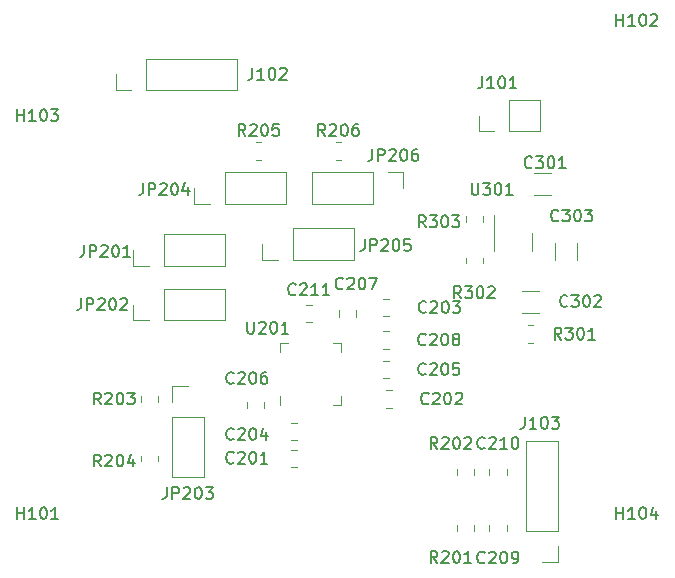
<source format=gbr>
%TF.GenerationSoftware,KiCad,Pcbnew,(6.0.7)*%
%TF.CreationDate,2022-09-01T00:20:10+02:00*%
%TF.ProjectId,ES9033_prototype,45533930-3333-45f7-9072-6f746f747970,rev?*%
%TF.SameCoordinates,Original*%
%TF.FileFunction,Legend,Top*%
%TF.FilePolarity,Positive*%
%FSLAX46Y46*%
G04 Gerber Fmt 4.6, Leading zero omitted, Abs format (unit mm)*
G04 Created by KiCad (PCBNEW (6.0.7)) date 2022-09-01 00:20:10*
%MOMM*%
%LPD*%
G01*
G04 APERTURE LIST*
%ADD10C,0.150000*%
%ADD11C,0.120000*%
G04 APERTURE END LIST*
D10*
%TO.C,R301*%
X81630952Y-66702380D02*
X81297619Y-66226190D01*
X81059523Y-66702380D02*
X81059523Y-65702380D01*
X81440476Y-65702380D01*
X81535714Y-65750000D01*
X81583333Y-65797619D01*
X81630952Y-65892857D01*
X81630952Y-66035714D01*
X81583333Y-66130952D01*
X81535714Y-66178571D01*
X81440476Y-66226190D01*
X81059523Y-66226190D01*
X81964285Y-65702380D02*
X82583333Y-65702380D01*
X82250000Y-66083333D01*
X82392857Y-66083333D01*
X82488095Y-66130952D01*
X82535714Y-66178571D01*
X82583333Y-66273809D01*
X82583333Y-66511904D01*
X82535714Y-66607142D01*
X82488095Y-66654761D01*
X82392857Y-66702380D01*
X82107142Y-66702380D01*
X82011904Y-66654761D01*
X81964285Y-66607142D01*
X83202380Y-65702380D02*
X83297619Y-65702380D01*
X83392857Y-65750000D01*
X83440476Y-65797619D01*
X83488095Y-65892857D01*
X83535714Y-66083333D01*
X83535714Y-66321428D01*
X83488095Y-66511904D01*
X83440476Y-66607142D01*
X83392857Y-66654761D01*
X83297619Y-66702380D01*
X83202380Y-66702380D01*
X83107142Y-66654761D01*
X83059523Y-66607142D01*
X83011904Y-66511904D01*
X82964285Y-66321428D01*
X82964285Y-66083333D01*
X83011904Y-65892857D01*
X83059523Y-65797619D01*
X83107142Y-65750000D01*
X83202380Y-65702380D01*
X84488095Y-66702380D02*
X83916666Y-66702380D01*
X84202380Y-66702380D02*
X84202380Y-65702380D01*
X84107142Y-65845238D01*
X84011904Y-65940476D01*
X83916666Y-65988095D01*
%TO.C,R302*%
X73130952Y-63202380D02*
X72797619Y-62726190D01*
X72559523Y-63202380D02*
X72559523Y-62202380D01*
X72940476Y-62202380D01*
X73035714Y-62250000D01*
X73083333Y-62297619D01*
X73130952Y-62392857D01*
X73130952Y-62535714D01*
X73083333Y-62630952D01*
X73035714Y-62678571D01*
X72940476Y-62726190D01*
X72559523Y-62726190D01*
X73464285Y-62202380D02*
X74083333Y-62202380D01*
X73750000Y-62583333D01*
X73892857Y-62583333D01*
X73988095Y-62630952D01*
X74035714Y-62678571D01*
X74083333Y-62773809D01*
X74083333Y-63011904D01*
X74035714Y-63107142D01*
X73988095Y-63154761D01*
X73892857Y-63202380D01*
X73607142Y-63202380D01*
X73511904Y-63154761D01*
X73464285Y-63107142D01*
X74702380Y-62202380D02*
X74797619Y-62202380D01*
X74892857Y-62250000D01*
X74940476Y-62297619D01*
X74988095Y-62392857D01*
X75035714Y-62583333D01*
X75035714Y-62821428D01*
X74988095Y-63011904D01*
X74940476Y-63107142D01*
X74892857Y-63154761D01*
X74797619Y-63202380D01*
X74702380Y-63202380D01*
X74607142Y-63154761D01*
X74559523Y-63107142D01*
X74511904Y-63011904D01*
X74464285Y-62821428D01*
X74464285Y-62583333D01*
X74511904Y-62392857D01*
X74559523Y-62297619D01*
X74607142Y-62250000D01*
X74702380Y-62202380D01*
X75416666Y-62297619D02*
X75464285Y-62250000D01*
X75559523Y-62202380D01*
X75797619Y-62202380D01*
X75892857Y-62250000D01*
X75940476Y-62297619D01*
X75988095Y-62392857D01*
X75988095Y-62488095D01*
X75940476Y-62630952D01*
X75369047Y-63202380D01*
X75988095Y-63202380D01*
%TO.C,R203*%
X42630952Y-72202380D02*
X42297619Y-71726190D01*
X42059523Y-72202380D02*
X42059523Y-71202380D01*
X42440476Y-71202380D01*
X42535714Y-71250000D01*
X42583333Y-71297619D01*
X42630952Y-71392857D01*
X42630952Y-71535714D01*
X42583333Y-71630952D01*
X42535714Y-71678571D01*
X42440476Y-71726190D01*
X42059523Y-71726190D01*
X43011904Y-71297619D02*
X43059523Y-71250000D01*
X43154761Y-71202380D01*
X43392857Y-71202380D01*
X43488095Y-71250000D01*
X43535714Y-71297619D01*
X43583333Y-71392857D01*
X43583333Y-71488095D01*
X43535714Y-71630952D01*
X42964285Y-72202380D01*
X43583333Y-72202380D01*
X44202380Y-71202380D02*
X44297619Y-71202380D01*
X44392857Y-71250000D01*
X44440476Y-71297619D01*
X44488095Y-71392857D01*
X44535714Y-71583333D01*
X44535714Y-71821428D01*
X44488095Y-72011904D01*
X44440476Y-72107142D01*
X44392857Y-72154761D01*
X44297619Y-72202380D01*
X44202380Y-72202380D01*
X44107142Y-72154761D01*
X44059523Y-72107142D01*
X44011904Y-72011904D01*
X43964285Y-71821428D01*
X43964285Y-71583333D01*
X44011904Y-71392857D01*
X44059523Y-71297619D01*
X44107142Y-71250000D01*
X44202380Y-71202380D01*
X44869047Y-71202380D02*
X45488095Y-71202380D01*
X45154761Y-71583333D01*
X45297619Y-71583333D01*
X45392857Y-71630952D01*
X45440476Y-71678571D01*
X45488095Y-71773809D01*
X45488095Y-72011904D01*
X45440476Y-72107142D01*
X45392857Y-72154761D01*
X45297619Y-72202380D01*
X45011904Y-72202380D01*
X44916666Y-72154761D01*
X44869047Y-72107142D01*
%TO.C,JP203*%
X48214285Y-79202380D02*
X48214285Y-79916666D01*
X48166666Y-80059523D01*
X48071428Y-80154761D01*
X47928571Y-80202380D01*
X47833333Y-80202380D01*
X48690476Y-80202380D02*
X48690476Y-79202380D01*
X49071428Y-79202380D01*
X49166666Y-79250000D01*
X49214285Y-79297619D01*
X49261904Y-79392857D01*
X49261904Y-79535714D01*
X49214285Y-79630952D01*
X49166666Y-79678571D01*
X49071428Y-79726190D01*
X48690476Y-79726190D01*
X49642857Y-79297619D02*
X49690476Y-79250000D01*
X49785714Y-79202380D01*
X50023809Y-79202380D01*
X50119047Y-79250000D01*
X50166666Y-79297619D01*
X50214285Y-79392857D01*
X50214285Y-79488095D01*
X50166666Y-79630952D01*
X49595238Y-80202380D01*
X50214285Y-80202380D01*
X50833333Y-79202380D02*
X50928571Y-79202380D01*
X51023809Y-79250000D01*
X51071428Y-79297619D01*
X51119047Y-79392857D01*
X51166666Y-79583333D01*
X51166666Y-79821428D01*
X51119047Y-80011904D01*
X51071428Y-80107142D01*
X51023809Y-80154761D01*
X50928571Y-80202380D01*
X50833333Y-80202380D01*
X50738095Y-80154761D01*
X50690476Y-80107142D01*
X50642857Y-80011904D01*
X50595238Y-79821428D01*
X50595238Y-79583333D01*
X50642857Y-79392857D01*
X50690476Y-79297619D01*
X50738095Y-79250000D01*
X50833333Y-79202380D01*
X51500000Y-79202380D02*
X52119047Y-79202380D01*
X51785714Y-79583333D01*
X51928571Y-79583333D01*
X52023809Y-79630952D01*
X52071428Y-79678571D01*
X52119047Y-79773809D01*
X52119047Y-80011904D01*
X52071428Y-80107142D01*
X52023809Y-80154761D01*
X51928571Y-80202380D01*
X51642857Y-80202380D01*
X51547619Y-80154761D01*
X51500000Y-80107142D01*
%TO.C,R204*%
X42630952Y-77452380D02*
X42297619Y-76976190D01*
X42059523Y-77452380D02*
X42059523Y-76452380D01*
X42440476Y-76452380D01*
X42535714Y-76500000D01*
X42583333Y-76547619D01*
X42630952Y-76642857D01*
X42630952Y-76785714D01*
X42583333Y-76880952D01*
X42535714Y-76928571D01*
X42440476Y-76976190D01*
X42059523Y-76976190D01*
X43011904Y-76547619D02*
X43059523Y-76500000D01*
X43154761Y-76452380D01*
X43392857Y-76452380D01*
X43488095Y-76500000D01*
X43535714Y-76547619D01*
X43583333Y-76642857D01*
X43583333Y-76738095D01*
X43535714Y-76880952D01*
X42964285Y-77452380D01*
X43583333Y-77452380D01*
X44202380Y-76452380D02*
X44297619Y-76452380D01*
X44392857Y-76500000D01*
X44440476Y-76547619D01*
X44488095Y-76642857D01*
X44535714Y-76833333D01*
X44535714Y-77071428D01*
X44488095Y-77261904D01*
X44440476Y-77357142D01*
X44392857Y-77404761D01*
X44297619Y-77452380D01*
X44202380Y-77452380D01*
X44107142Y-77404761D01*
X44059523Y-77357142D01*
X44011904Y-77261904D01*
X43964285Y-77071428D01*
X43964285Y-76833333D01*
X44011904Y-76642857D01*
X44059523Y-76547619D01*
X44107142Y-76500000D01*
X44202380Y-76452380D01*
X45392857Y-76785714D02*
X45392857Y-77452380D01*
X45154761Y-76404761D02*
X44916666Y-77119047D01*
X45535714Y-77119047D01*
%TO.C,R303*%
X70130952Y-57202380D02*
X69797619Y-56726190D01*
X69559523Y-57202380D02*
X69559523Y-56202380D01*
X69940476Y-56202380D01*
X70035714Y-56250000D01*
X70083333Y-56297619D01*
X70130952Y-56392857D01*
X70130952Y-56535714D01*
X70083333Y-56630952D01*
X70035714Y-56678571D01*
X69940476Y-56726190D01*
X69559523Y-56726190D01*
X70464285Y-56202380D02*
X71083333Y-56202380D01*
X70750000Y-56583333D01*
X70892857Y-56583333D01*
X70988095Y-56630952D01*
X71035714Y-56678571D01*
X71083333Y-56773809D01*
X71083333Y-57011904D01*
X71035714Y-57107142D01*
X70988095Y-57154761D01*
X70892857Y-57202380D01*
X70607142Y-57202380D01*
X70511904Y-57154761D01*
X70464285Y-57107142D01*
X71702380Y-56202380D02*
X71797619Y-56202380D01*
X71892857Y-56250000D01*
X71940476Y-56297619D01*
X71988095Y-56392857D01*
X72035714Y-56583333D01*
X72035714Y-56821428D01*
X71988095Y-57011904D01*
X71940476Y-57107142D01*
X71892857Y-57154761D01*
X71797619Y-57202380D01*
X71702380Y-57202380D01*
X71607142Y-57154761D01*
X71559523Y-57107142D01*
X71511904Y-57011904D01*
X71464285Y-56821428D01*
X71464285Y-56583333D01*
X71511904Y-56392857D01*
X71559523Y-56297619D01*
X71607142Y-56250000D01*
X71702380Y-56202380D01*
X72369047Y-56202380D02*
X72988095Y-56202380D01*
X72654761Y-56583333D01*
X72797619Y-56583333D01*
X72892857Y-56630952D01*
X72940476Y-56678571D01*
X72988095Y-56773809D01*
X72988095Y-57011904D01*
X72940476Y-57107142D01*
X72892857Y-57154761D01*
X72797619Y-57202380D01*
X72511904Y-57202380D01*
X72416666Y-57154761D01*
X72369047Y-57107142D01*
%TO.C,JP202*%
X40964285Y-63202380D02*
X40964285Y-63916666D01*
X40916666Y-64059523D01*
X40821428Y-64154761D01*
X40678571Y-64202380D01*
X40583333Y-64202380D01*
X41440476Y-64202380D02*
X41440476Y-63202380D01*
X41821428Y-63202380D01*
X41916666Y-63250000D01*
X41964285Y-63297619D01*
X42011904Y-63392857D01*
X42011904Y-63535714D01*
X41964285Y-63630952D01*
X41916666Y-63678571D01*
X41821428Y-63726190D01*
X41440476Y-63726190D01*
X42392857Y-63297619D02*
X42440476Y-63250000D01*
X42535714Y-63202380D01*
X42773809Y-63202380D01*
X42869047Y-63250000D01*
X42916666Y-63297619D01*
X42964285Y-63392857D01*
X42964285Y-63488095D01*
X42916666Y-63630952D01*
X42345238Y-64202380D01*
X42964285Y-64202380D01*
X43583333Y-63202380D02*
X43678571Y-63202380D01*
X43773809Y-63250000D01*
X43821428Y-63297619D01*
X43869047Y-63392857D01*
X43916666Y-63583333D01*
X43916666Y-63821428D01*
X43869047Y-64011904D01*
X43821428Y-64107142D01*
X43773809Y-64154761D01*
X43678571Y-64202380D01*
X43583333Y-64202380D01*
X43488095Y-64154761D01*
X43440476Y-64107142D01*
X43392857Y-64011904D01*
X43345238Y-63821428D01*
X43345238Y-63583333D01*
X43392857Y-63392857D01*
X43440476Y-63297619D01*
X43488095Y-63250000D01*
X43583333Y-63202380D01*
X44297619Y-63297619D02*
X44345238Y-63250000D01*
X44440476Y-63202380D01*
X44678571Y-63202380D01*
X44773809Y-63250000D01*
X44821428Y-63297619D01*
X44869047Y-63392857D01*
X44869047Y-63488095D01*
X44821428Y-63630952D01*
X44250000Y-64202380D01*
X44869047Y-64202380D01*
%TO.C,JP206*%
X65614285Y-50572380D02*
X65614285Y-51286666D01*
X65566666Y-51429523D01*
X65471428Y-51524761D01*
X65328571Y-51572380D01*
X65233333Y-51572380D01*
X66090476Y-51572380D02*
X66090476Y-50572380D01*
X66471428Y-50572380D01*
X66566666Y-50620000D01*
X66614285Y-50667619D01*
X66661904Y-50762857D01*
X66661904Y-50905714D01*
X66614285Y-51000952D01*
X66566666Y-51048571D01*
X66471428Y-51096190D01*
X66090476Y-51096190D01*
X67042857Y-50667619D02*
X67090476Y-50620000D01*
X67185714Y-50572380D01*
X67423809Y-50572380D01*
X67519047Y-50620000D01*
X67566666Y-50667619D01*
X67614285Y-50762857D01*
X67614285Y-50858095D01*
X67566666Y-51000952D01*
X66995238Y-51572380D01*
X67614285Y-51572380D01*
X68233333Y-50572380D02*
X68328571Y-50572380D01*
X68423809Y-50620000D01*
X68471428Y-50667619D01*
X68519047Y-50762857D01*
X68566666Y-50953333D01*
X68566666Y-51191428D01*
X68519047Y-51381904D01*
X68471428Y-51477142D01*
X68423809Y-51524761D01*
X68328571Y-51572380D01*
X68233333Y-51572380D01*
X68138095Y-51524761D01*
X68090476Y-51477142D01*
X68042857Y-51381904D01*
X67995238Y-51191428D01*
X67995238Y-50953333D01*
X68042857Y-50762857D01*
X68090476Y-50667619D01*
X68138095Y-50620000D01*
X68233333Y-50572380D01*
X69423809Y-50572380D02*
X69233333Y-50572380D01*
X69138095Y-50620000D01*
X69090476Y-50667619D01*
X68995238Y-50810476D01*
X68947619Y-51000952D01*
X68947619Y-51381904D01*
X68995238Y-51477142D01*
X69042857Y-51524761D01*
X69138095Y-51572380D01*
X69328571Y-51572380D01*
X69423809Y-51524761D01*
X69471428Y-51477142D01*
X69519047Y-51381904D01*
X69519047Y-51143809D01*
X69471428Y-51048571D01*
X69423809Y-51000952D01*
X69328571Y-50953333D01*
X69138095Y-50953333D01*
X69042857Y-51000952D01*
X68995238Y-51048571D01*
X68947619Y-51143809D01*
%TO.C,R205*%
X54880952Y-49452380D02*
X54547619Y-48976190D01*
X54309523Y-49452380D02*
X54309523Y-48452380D01*
X54690476Y-48452380D01*
X54785714Y-48500000D01*
X54833333Y-48547619D01*
X54880952Y-48642857D01*
X54880952Y-48785714D01*
X54833333Y-48880952D01*
X54785714Y-48928571D01*
X54690476Y-48976190D01*
X54309523Y-48976190D01*
X55261904Y-48547619D02*
X55309523Y-48500000D01*
X55404761Y-48452380D01*
X55642857Y-48452380D01*
X55738095Y-48500000D01*
X55785714Y-48547619D01*
X55833333Y-48642857D01*
X55833333Y-48738095D01*
X55785714Y-48880952D01*
X55214285Y-49452380D01*
X55833333Y-49452380D01*
X56452380Y-48452380D02*
X56547619Y-48452380D01*
X56642857Y-48500000D01*
X56690476Y-48547619D01*
X56738095Y-48642857D01*
X56785714Y-48833333D01*
X56785714Y-49071428D01*
X56738095Y-49261904D01*
X56690476Y-49357142D01*
X56642857Y-49404761D01*
X56547619Y-49452380D01*
X56452380Y-49452380D01*
X56357142Y-49404761D01*
X56309523Y-49357142D01*
X56261904Y-49261904D01*
X56214285Y-49071428D01*
X56214285Y-48833333D01*
X56261904Y-48642857D01*
X56309523Y-48547619D01*
X56357142Y-48500000D01*
X56452380Y-48452380D01*
X57690476Y-48452380D02*
X57214285Y-48452380D01*
X57166666Y-48928571D01*
X57214285Y-48880952D01*
X57309523Y-48833333D01*
X57547619Y-48833333D01*
X57642857Y-48880952D01*
X57690476Y-48928571D01*
X57738095Y-49023809D01*
X57738095Y-49261904D01*
X57690476Y-49357142D01*
X57642857Y-49404761D01*
X57547619Y-49452380D01*
X57309523Y-49452380D01*
X57214285Y-49404761D01*
X57166666Y-49357142D01*
%TO.C,C201*%
X53880952Y-77107142D02*
X53833333Y-77154761D01*
X53690476Y-77202380D01*
X53595238Y-77202380D01*
X53452380Y-77154761D01*
X53357142Y-77059523D01*
X53309523Y-76964285D01*
X53261904Y-76773809D01*
X53261904Y-76630952D01*
X53309523Y-76440476D01*
X53357142Y-76345238D01*
X53452380Y-76250000D01*
X53595238Y-76202380D01*
X53690476Y-76202380D01*
X53833333Y-76250000D01*
X53880952Y-76297619D01*
X54261904Y-76297619D02*
X54309523Y-76250000D01*
X54404761Y-76202380D01*
X54642857Y-76202380D01*
X54738095Y-76250000D01*
X54785714Y-76297619D01*
X54833333Y-76392857D01*
X54833333Y-76488095D01*
X54785714Y-76630952D01*
X54214285Y-77202380D01*
X54833333Y-77202380D01*
X55452380Y-76202380D02*
X55547619Y-76202380D01*
X55642857Y-76250000D01*
X55690476Y-76297619D01*
X55738095Y-76392857D01*
X55785714Y-76583333D01*
X55785714Y-76821428D01*
X55738095Y-77011904D01*
X55690476Y-77107142D01*
X55642857Y-77154761D01*
X55547619Y-77202380D01*
X55452380Y-77202380D01*
X55357142Y-77154761D01*
X55309523Y-77107142D01*
X55261904Y-77011904D01*
X55214285Y-76821428D01*
X55214285Y-76583333D01*
X55261904Y-76392857D01*
X55309523Y-76297619D01*
X55357142Y-76250000D01*
X55452380Y-76202380D01*
X56738095Y-77202380D02*
X56166666Y-77202380D01*
X56452380Y-77202380D02*
X56452380Y-76202380D01*
X56357142Y-76345238D01*
X56261904Y-76440476D01*
X56166666Y-76488095D01*
%TO.C,U301*%
X74035714Y-53452380D02*
X74035714Y-54261904D01*
X74083333Y-54357142D01*
X74130952Y-54404761D01*
X74226190Y-54452380D01*
X74416666Y-54452380D01*
X74511904Y-54404761D01*
X74559523Y-54357142D01*
X74607142Y-54261904D01*
X74607142Y-53452380D01*
X74988095Y-53452380D02*
X75607142Y-53452380D01*
X75273809Y-53833333D01*
X75416666Y-53833333D01*
X75511904Y-53880952D01*
X75559523Y-53928571D01*
X75607142Y-54023809D01*
X75607142Y-54261904D01*
X75559523Y-54357142D01*
X75511904Y-54404761D01*
X75416666Y-54452380D01*
X75130952Y-54452380D01*
X75035714Y-54404761D01*
X74988095Y-54357142D01*
X76226190Y-53452380D02*
X76321428Y-53452380D01*
X76416666Y-53500000D01*
X76464285Y-53547619D01*
X76511904Y-53642857D01*
X76559523Y-53833333D01*
X76559523Y-54071428D01*
X76511904Y-54261904D01*
X76464285Y-54357142D01*
X76416666Y-54404761D01*
X76321428Y-54452380D01*
X76226190Y-54452380D01*
X76130952Y-54404761D01*
X76083333Y-54357142D01*
X76035714Y-54261904D01*
X75988095Y-54071428D01*
X75988095Y-53833333D01*
X76035714Y-53642857D01*
X76083333Y-53547619D01*
X76130952Y-53500000D01*
X76226190Y-53452380D01*
X77511904Y-54452380D02*
X76940476Y-54452380D01*
X77226190Y-54452380D02*
X77226190Y-53452380D01*
X77130952Y-53595238D01*
X77035714Y-53690476D01*
X76940476Y-53738095D01*
%TO.C,R202*%
X71130952Y-75952380D02*
X70797619Y-75476190D01*
X70559523Y-75952380D02*
X70559523Y-74952380D01*
X70940476Y-74952380D01*
X71035714Y-75000000D01*
X71083333Y-75047619D01*
X71130952Y-75142857D01*
X71130952Y-75285714D01*
X71083333Y-75380952D01*
X71035714Y-75428571D01*
X70940476Y-75476190D01*
X70559523Y-75476190D01*
X71511904Y-75047619D02*
X71559523Y-75000000D01*
X71654761Y-74952380D01*
X71892857Y-74952380D01*
X71988095Y-75000000D01*
X72035714Y-75047619D01*
X72083333Y-75142857D01*
X72083333Y-75238095D01*
X72035714Y-75380952D01*
X71464285Y-75952380D01*
X72083333Y-75952380D01*
X72702380Y-74952380D02*
X72797619Y-74952380D01*
X72892857Y-75000000D01*
X72940476Y-75047619D01*
X72988095Y-75142857D01*
X73035714Y-75333333D01*
X73035714Y-75571428D01*
X72988095Y-75761904D01*
X72940476Y-75857142D01*
X72892857Y-75904761D01*
X72797619Y-75952380D01*
X72702380Y-75952380D01*
X72607142Y-75904761D01*
X72559523Y-75857142D01*
X72511904Y-75761904D01*
X72464285Y-75571428D01*
X72464285Y-75333333D01*
X72511904Y-75142857D01*
X72559523Y-75047619D01*
X72607142Y-75000000D01*
X72702380Y-74952380D01*
X73416666Y-75047619D02*
X73464285Y-75000000D01*
X73559523Y-74952380D01*
X73797619Y-74952380D01*
X73892857Y-75000000D01*
X73940476Y-75047619D01*
X73988095Y-75142857D01*
X73988095Y-75238095D01*
X73940476Y-75380952D01*
X73369047Y-75952380D01*
X73988095Y-75952380D01*
%TO.C,C208*%
X70130952Y-67107142D02*
X70083333Y-67154761D01*
X69940476Y-67202380D01*
X69845238Y-67202380D01*
X69702380Y-67154761D01*
X69607142Y-67059523D01*
X69559523Y-66964285D01*
X69511904Y-66773809D01*
X69511904Y-66630952D01*
X69559523Y-66440476D01*
X69607142Y-66345238D01*
X69702380Y-66250000D01*
X69845238Y-66202380D01*
X69940476Y-66202380D01*
X70083333Y-66250000D01*
X70130952Y-66297619D01*
X70511904Y-66297619D02*
X70559523Y-66250000D01*
X70654761Y-66202380D01*
X70892857Y-66202380D01*
X70988095Y-66250000D01*
X71035714Y-66297619D01*
X71083333Y-66392857D01*
X71083333Y-66488095D01*
X71035714Y-66630952D01*
X70464285Y-67202380D01*
X71083333Y-67202380D01*
X71702380Y-66202380D02*
X71797619Y-66202380D01*
X71892857Y-66250000D01*
X71940476Y-66297619D01*
X71988095Y-66392857D01*
X72035714Y-66583333D01*
X72035714Y-66821428D01*
X71988095Y-67011904D01*
X71940476Y-67107142D01*
X71892857Y-67154761D01*
X71797619Y-67202380D01*
X71702380Y-67202380D01*
X71607142Y-67154761D01*
X71559523Y-67107142D01*
X71511904Y-67011904D01*
X71464285Y-66821428D01*
X71464285Y-66583333D01*
X71511904Y-66392857D01*
X71559523Y-66297619D01*
X71607142Y-66250000D01*
X71702380Y-66202380D01*
X72607142Y-66630952D02*
X72511904Y-66583333D01*
X72464285Y-66535714D01*
X72416666Y-66440476D01*
X72416666Y-66392857D01*
X72464285Y-66297619D01*
X72511904Y-66250000D01*
X72607142Y-66202380D01*
X72797619Y-66202380D01*
X72892857Y-66250000D01*
X72940476Y-66297619D01*
X72988095Y-66392857D01*
X72988095Y-66440476D01*
X72940476Y-66535714D01*
X72892857Y-66583333D01*
X72797619Y-66630952D01*
X72607142Y-66630952D01*
X72511904Y-66678571D01*
X72464285Y-66726190D01*
X72416666Y-66821428D01*
X72416666Y-67011904D01*
X72464285Y-67107142D01*
X72511904Y-67154761D01*
X72607142Y-67202380D01*
X72797619Y-67202380D01*
X72892857Y-67154761D01*
X72940476Y-67107142D01*
X72988095Y-67011904D01*
X72988095Y-66821428D01*
X72940476Y-66726190D01*
X72892857Y-66678571D01*
X72797619Y-66630952D01*
%TO.C,C205*%
X70130952Y-69607142D02*
X70083333Y-69654761D01*
X69940476Y-69702380D01*
X69845238Y-69702380D01*
X69702380Y-69654761D01*
X69607142Y-69559523D01*
X69559523Y-69464285D01*
X69511904Y-69273809D01*
X69511904Y-69130952D01*
X69559523Y-68940476D01*
X69607142Y-68845238D01*
X69702380Y-68750000D01*
X69845238Y-68702380D01*
X69940476Y-68702380D01*
X70083333Y-68750000D01*
X70130952Y-68797619D01*
X70511904Y-68797619D02*
X70559523Y-68750000D01*
X70654761Y-68702380D01*
X70892857Y-68702380D01*
X70988095Y-68750000D01*
X71035714Y-68797619D01*
X71083333Y-68892857D01*
X71083333Y-68988095D01*
X71035714Y-69130952D01*
X70464285Y-69702380D01*
X71083333Y-69702380D01*
X71702380Y-68702380D02*
X71797619Y-68702380D01*
X71892857Y-68750000D01*
X71940476Y-68797619D01*
X71988095Y-68892857D01*
X72035714Y-69083333D01*
X72035714Y-69321428D01*
X71988095Y-69511904D01*
X71940476Y-69607142D01*
X71892857Y-69654761D01*
X71797619Y-69702380D01*
X71702380Y-69702380D01*
X71607142Y-69654761D01*
X71559523Y-69607142D01*
X71511904Y-69511904D01*
X71464285Y-69321428D01*
X71464285Y-69083333D01*
X71511904Y-68892857D01*
X71559523Y-68797619D01*
X71607142Y-68750000D01*
X71702380Y-68702380D01*
X72940476Y-68702380D02*
X72464285Y-68702380D01*
X72416666Y-69178571D01*
X72464285Y-69130952D01*
X72559523Y-69083333D01*
X72797619Y-69083333D01*
X72892857Y-69130952D01*
X72940476Y-69178571D01*
X72988095Y-69273809D01*
X72988095Y-69511904D01*
X72940476Y-69607142D01*
X72892857Y-69654761D01*
X72797619Y-69702380D01*
X72559523Y-69702380D01*
X72464285Y-69654761D01*
X72416666Y-69607142D01*
%TO.C,C302*%
X82130952Y-63857142D02*
X82083333Y-63904761D01*
X81940476Y-63952380D01*
X81845238Y-63952380D01*
X81702380Y-63904761D01*
X81607142Y-63809523D01*
X81559523Y-63714285D01*
X81511904Y-63523809D01*
X81511904Y-63380952D01*
X81559523Y-63190476D01*
X81607142Y-63095238D01*
X81702380Y-63000000D01*
X81845238Y-62952380D01*
X81940476Y-62952380D01*
X82083333Y-63000000D01*
X82130952Y-63047619D01*
X82464285Y-62952380D02*
X83083333Y-62952380D01*
X82750000Y-63333333D01*
X82892857Y-63333333D01*
X82988095Y-63380952D01*
X83035714Y-63428571D01*
X83083333Y-63523809D01*
X83083333Y-63761904D01*
X83035714Y-63857142D01*
X82988095Y-63904761D01*
X82892857Y-63952380D01*
X82607142Y-63952380D01*
X82511904Y-63904761D01*
X82464285Y-63857142D01*
X83702380Y-62952380D02*
X83797619Y-62952380D01*
X83892857Y-63000000D01*
X83940476Y-63047619D01*
X83988095Y-63142857D01*
X84035714Y-63333333D01*
X84035714Y-63571428D01*
X83988095Y-63761904D01*
X83940476Y-63857142D01*
X83892857Y-63904761D01*
X83797619Y-63952380D01*
X83702380Y-63952380D01*
X83607142Y-63904761D01*
X83559523Y-63857142D01*
X83511904Y-63761904D01*
X83464285Y-63571428D01*
X83464285Y-63333333D01*
X83511904Y-63142857D01*
X83559523Y-63047619D01*
X83607142Y-63000000D01*
X83702380Y-62952380D01*
X84416666Y-63047619D02*
X84464285Y-63000000D01*
X84559523Y-62952380D01*
X84797619Y-62952380D01*
X84892857Y-63000000D01*
X84940476Y-63047619D01*
X84988095Y-63142857D01*
X84988095Y-63238095D01*
X84940476Y-63380952D01*
X84369047Y-63952380D01*
X84988095Y-63952380D01*
%TO.C,C204*%
X53880952Y-75107142D02*
X53833333Y-75154761D01*
X53690476Y-75202380D01*
X53595238Y-75202380D01*
X53452380Y-75154761D01*
X53357142Y-75059523D01*
X53309523Y-74964285D01*
X53261904Y-74773809D01*
X53261904Y-74630952D01*
X53309523Y-74440476D01*
X53357142Y-74345238D01*
X53452380Y-74250000D01*
X53595238Y-74202380D01*
X53690476Y-74202380D01*
X53833333Y-74250000D01*
X53880952Y-74297619D01*
X54261904Y-74297619D02*
X54309523Y-74250000D01*
X54404761Y-74202380D01*
X54642857Y-74202380D01*
X54738095Y-74250000D01*
X54785714Y-74297619D01*
X54833333Y-74392857D01*
X54833333Y-74488095D01*
X54785714Y-74630952D01*
X54214285Y-75202380D01*
X54833333Y-75202380D01*
X55452380Y-74202380D02*
X55547619Y-74202380D01*
X55642857Y-74250000D01*
X55690476Y-74297619D01*
X55738095Y-74392857D01*
X55785714Y-74583333D01*
X55785714Y-74821428D01*
X55738095Y-75011904D01*
X55690476Y-75107142D01*
X55642857Y-75154761D01*
X55547619Y-75202380D01*
X55452380Y-75202380D01*
X55357142Y-75154761D01*
X55309523Y-75107142D01*
X55261904Y-75011904D01*
X55214285Y-74821428D01*
X55214285Y-74583333D01*
X55261904Y-74392857D01*
X55309523Y-74297619D01*
X55357142Y-74250000D01*
X55452380Y-74202380D01*
X56642857Y-74535714D02*
X56642857Y-75202380D01*
X56404761Y-74154761D02*
X56166666Y-74869047D01*
X56785714Y-74869047D01*
%TO.C,C303*%
X81380952Y-56607142D02*
X81333333Y-56654761D01*
X81190476Y-56702380D01*
X81095238Y-56702380D01*
X80952380Y-56654761D01*
X80857142Y-56559523D01*
X80809523Y-56464285D01*
X80761904Y-56273809D01*
X80761904Y-56130952D01*
X80809523Y-55940476D01*
X80857142Y-55845238D01*
X80952380Y-55750000D01*
X81095238Y-55702380D01*
X81190476Y-55702380D01*
X81333333Y-55750000D01*
X81380952Y-55797619D01*
X81714285Y-55702380D02*
X82333333Y-55702380D01*
X82000000Y-56083333D01*
X82142857Y-56083333D01*
X82238095Y-56130952D01*
X82285714Y-56178571D01*
X82333333Y-56273809D01*
X82333333Y-56511904D01*
X82285714Y-56607142D01*
X82238095Y-56654761D01*
X82142857Y-56702380D01*
X81857142Y-56702380D01*
X81761904Y-56654761D01*
X81714285Y-56607142D01*
X82952380Y-55702380D02*
X83047619Y-55702380D01*
X83142857Y-55750000D01*
X83190476Y-55797619D01*
X83238095Y-55892857D01*
X83285714Y-56083333D01*
X83285714Y-56321428D01*
X83238095Y-56511904D01*
X83190476Y-56607142D01*
X83142857Y-56654761D01*
X83047619Y-56702380D01*
X82952380Y-56702380D01*
X82857142Y-56654761D01*
X82809523Y-56607142D01*
X82761904Y-56511904D01*
X82714285Y-56321428D01*
X82714285Y-56083333D01*
X82761904Y-55892857D01*
X82809523Y-55797619D01*
X82857142Y-55750000D01*
X82952380Y-55702380D01*
X83619047Y-55702380D02*
X84238095Y-55702380D01*
X83904761Y-56083333D01*
X84047619Y-56083333D01*
X84142857Y-56130952D01*
X84190476Y-56178571D01*
X84238095Y-56273809D01*
X84238095Y-56511904D01*
X84190476Y-56607142D01*
X84142857Y-56654761D01*
X84047619Y-56702380D01*
X83761904Y-56702380D01*
X83666666Y-56654761D01*
X83619047Y-56607142D01*
%TO.C,J103*%
X78514285Y-73252380D02*
X78514285Y-73966666D01*
X78466666Y-74109523D01*
X78371428Y-74204761D01*
X78228571Y-74252380D01*
X78133333Y-74252380D01*
X79514285Y-74252380D02*
X78942857Y-74252380D01*
X79228571Y-74252380D02*
X79228571Y-73252380D01*
X79133333Y-73395238D01*
X79038095Y-73490476D01*
X78942857Y-73538095D01*
X80133333Y-73252380D02*
X80228571Y-73252380D01*
X80323809Y-73300000D01*
X80371428Y-73347619D01*
X80419047Y-73442857D01*
X80466666Y-73633333D01*
X80466666Y-73871428D01*
X80419047Y-74061904D01*
X80371428Y-74157142D01*
X80323809Y-74204761D01*
X80228571Y-74252380D01*
X80133333Y-74252380D01*
X80038095Y-74204761D01*
X79990476Y-74157142D01*
X79942857Y-74061904D01*
X79895238Y-73871428D01*
X79895238Y-73633333D01*
X79942857Y-73442857D01*
X79990476Y-73347619D01*
X80038095Y-73300000D01*
X80133333Y-73252380D01*
X80800000Y-73252380D02*
X81419047Y-73252380D01*
X81085714Y-73633333D01*
X81228571Y-73633333D01*
X81323809Y-73680952D01*
X81371428Y-73728571D01*
X81419047Y-73823809D01*
X81419047Y-74061904D01*
X81371428Y-74157142D01*
X81323809Y-74204761D01*
X81228571Y-74252380D01*
X80942857Y-74252380D01*
X80847619Y-74204761D01*
X80800000Y-74157142D01*
%TO.C,C301*%
X79130952Y-52107142D02*
X79083333Y-52154761D01*
X78940476Y-52202380D01*
X78845238Y-52202380D01*
X78702380Y-52154761D01*
X78607142Y-52059523D01*
X78559523Y-51964285D01*
X78511904Y-51773809D01*
X78511904Y-51630952D01*
X78559523Y-51440476D01*
X78607142Y-51345238D01*
X78702380Y-51250000D01*
X78845238Y-51202380D01*
X78940476Y-51202380D01*
X79083333Y-51250000D01*
X79130952Y-51297619D01*
X79464285Y-51202380D02*
X80083333Y-51202380D01*
X79750000Y-51583333D01*
X79892857Y-51583333D01*
X79988095Y-51630952D01*
X80035714Y-51678571D01*
X80083333Y-51773809D01*
X80083333Y-52011904D01*
X80035714Y-52107142D01*
X79988095Y-52154761D01*
X79892857Y-52202380D01*
X79607142Y-52202380D01*
X79511904Y-52154761D01*
X79464285Y-52107142D01*
X80702380Y-51202380D02*
X80797619Y-51202380D01*
X80892857Y-51250000D01*
X80940476Y-51297619D01*
X80988095Y-51392857D01*
X81035714Y-51583333D01*
X81035714Y-51821428D01*
X80988095Y-52011904D01*
X80940476Y-52107142D01*
X80892857Y-52154761D01*
X80797619Y-52202380D01*
X80702380Y-52202380D01*
X80607142Y-52154761D01*
X80559523Y-52107142D01*
X80511904Y-52011904D01*
X80464285Y-51821428D01*
X80464285Y-51583333D01*
X80511904Y-51392857D01*
X80559523Y-51297619D01*
X80607142Y-51250000D01*
X80702380Y-51202380D01*
X81988095Y-52202380D02*
X81416666Y-52202380D01*
X81702380Y-52202380D02*
X81702380Y-51202380D01*
X81607142Y-51345238D01*
X81511904Y-51440476D01*
X81416666Y-51488095D01*
%TO.C,JP204*%
X46214285Y-53452380D02*
X46214285Y-54166666D01*
X46166666Y-54309523D01*
X46071428Y-54404761D01*
X45928571Y-54452380D01*
X45833333Y-54452380D01*
X46690476Y-54452380D02*
X46690476Y-53452380D01*
X47071428Y-53452380D01*
X47166666Y-53500000D01*
X47214285Y-53547619D01*
X47261904Y-53642857D01*
X47261904Y-53785714D01*
X47214285Y-53880952D01*
X47166666Y-53928571D01*
X47071428Y-53976190D01*
X46690476Y-53976190D01*
X47642857Y-53547619D02*
X47690476Y-53500000D01*
X47785714Y-53452380D01*
X48023809Y-53452380D01*
X48119047Y-53500000D01*
X48166666Y-53547619D01*
X48214285Y-53642857D01*
X48214285Y-53738095D01*
X48166666Y-53880952D01*
X47595238Y-54452380D01*
X48214285Y-54452380D01*
X48833333Y-53452380D02*
X48928571Y-53452380D01*
X49023809Y-53500000D01*
X49071428Y-53547619D01*
X49119047Y-53642857D01*
X49166666Y-53833333D01*
X49166666Y-54071428D01*
X49119047Y-54261904D01*
X49071428Y-54357142D01*
X49023809Y-54404761D01*
X48928571Y-54452380D01*
X48833333Y-54452380D01*
X48738095Y-54404761D01*
X48690476Y-54357142D01*
X48642857Y-54261904D01*
X48595238Y-54071428D01*
X48595238Y-53833333D01*
X48642857Y-53642857D01*
X48690476Y-53547619D01*
X48738095Y-53500000D01*
X48833333Y-53452380D01*
X50023809Y-53785714D02*
X50023809Y-54452380D01*
X49785714Y-53404761D02*
X49547619Y-54119047D01*
X50166666Y-54119047D01*
%TO.C,H101*%
X35535714Y-81902380D02*
X35535714Y-80902380D01*
X35535714Y-81378571D02*
X36107142Y-81378571D01*
X36107142Y-81902380D02*
X36107142Y-80902380D01*
X37107142Y-81902380D02*
X36535714Y-81902380D01*
X36821428Y-81902380D02*
X36821428Y-80902380D01*
X36726190Y-81045238D01*
X36630952Y-81140476D01*
X36535714Y-81188095D01*
X37726190Y-80902380D02*
X37821428Y-80902380D01*
X37916666Y-80950000D01*
X37964285Y-80997619D01*
X38011904Y-81092857D01*
X38059523Y-81283333D01*
X38059523Y-81521428D01*
X38011904Y-81711904D01*
X37964285Y-81807142D01*
X37916666Y-81854761D01*
X37821428Y-81902380D01*
X37726190Y-81902380D01*
X37630952Y-81854761D01*
X37583333Y-81807142D01*
X37535714Y-81711904D01*
X37488095Y-81521428D01*
X37488095Y-81283333D01*
X37535714Y-81092857D01*
X37583333Y-80997619D01*
X37630952Y-80950000D01*
X37726190Y-80902380D01*
X39011904Y-81902380D02*
X38440476Y-81902380D01*
X38726190Y-81902380D02*
X38726190Y-80902380D01*
X38630952Y-81045238D01*
X38535714Y-81140476D01*
X38440476Y-81188095D01*
%TO.C,C202*%
X70380952Y-72107142D02*
X70333333Y-72154761D01*
X70190476Y-72202380D01*
X70095238Y-72202380D01*
X69952380Y-72154761D01*
X69857142Y-72059523D01*
X69809523Y-71964285D01*
X69761904Y-71773809D01*
X69761904Y-71630952D01*
X69809523Y-71440476D01*
X69857142Y-71345238D01*
X69952380Y-71250000D01*
X70095238Y-71202380D01*
X70190476Y-71202380D01*
X70333333Y-71250000D01*
X70380952Y-71297619D01*
X70761904Y-71297619D02*
X70809523Y-71250000D01*
X70904761Y-71202380D01*
X71142857Y-71202380D01*
X71238095Y-71250000D01*
X71285714Y-71297619D01*
X71333333Y-71392857D01*
X71333333Y-71488095D01*
X71285714Y-71630952D01*
X70714285Y-72202380D01*
X71333333Y-72202380D01*
X71952380Y-71202380D02*
X72047619Y-71202380D01*
X72142857Y-71250000D01*
X72190476Y-71297619D01*
X72238095Y-71392857D01*
X72285714Y-71583333D01*
X72285714Y-71821428D01*
X72238095Y-72011904D01*
X72190476Y-72107142D01*
X72142857Y-72154761D01*
X72047619Y-72202380D01*
X71952380Y-72202380D01*
X71857142Y-72154761D01*
X71809523Y-72107142D01*
X71761904Y-72011904D01*
X71714285Y-71821428D01*
X71714285Y-71583333D01*
X71761904Y-71392857D01*
X71809523Y-71297619D01*
X71857142Y-71250000D01*
X71952380Y-71202380D01*
X72666666Y-71297619D02*
X72714285Y-71250000D01*
X72809523Y-71202380D01*
X73047619Y-71202380D01*
X73142857Y-71250000D01*
X73190476Y-71297619D01*
X73238095Y-71392857D01*
X73238095Y-71488095D01*
X73190476Y-71630952D01*
X72619047Y-72202380D01*
X73238095Y-72202380D01*
%TO.C,H103*%
X35535714Y-48202380D02*
X35535714Y-47202380D01*
X35535714Y-47678571D02*
X36107142Y-47678571D01*
X36107142Y-48202380D02*
X36107142Y-47202380D01*
X37107142Y-48202380D02*
X36535714Y-48202380D01*
X36821428Y-48202380D02*
X36821428Y-47202380D01*
X36726190Y-47345238D01*
X36630952Y-47440476D01*
X36535714Y-47488095D01*
X37726190Y-47202380D02*
X37821428Y-47202380D01*
X37916666Y-47250000D01*
X37964285Y-47297619D01*
X38011904Y-47392857D01*
X38059523Y-47583333D01*
X38059523Y-47821428D01*
X38011904Y-48011904D01*
X37964285Y-48107142D01*
X37916666Y-48154761D01*
X37821428Y-48202380D01*
X37726190Y-48202380D01*
X37630952Y-48154761D01*
X37583333Y-48107142D01*
X37535714Y-48011904D01*
X37488095Y-47821428D01*
X37488095Y-47583333D01*
X37535714Y-47392857D01*
X37583333Y-47297619D01*
X37630952Y-47250000D01*
X37726190Y-47202380D01*
X38392857Y-47202380D02*
X39011904Y-47202380D01*
X38678571Y-47583333D01*
X38821428Y-47583333D01*
X38916666Y-47630952D01*
X38964285Y-47678571D01*
X39011904Y-47773809D01*
X39011904Y-48011904D01*
X38964285Y-48107142D01*
X38916666Y-48154761D01*
X38821428Y-48202380D01*
X38535714Y-48202380D01*
X38440476Y-48154761D01*
X38392857Y-48107142D01*
%TO.C,JP205*%
X64964285Y-58202380D02*
X64964285Y-58916666D01*
X64916666Y-59059523D01*
X64821428Y-59154761D01*
X64678571Y-59202380D01*
X64583333Y-59202380D01*
X65440476Y-59202380D02*
X65440476Y-58202380D01*
X65821428Y-58202380D01*
X65916666Y-58250000D01*
X65964285Y-58297619D01*
X66011904Y-58392857D01*
X66011904Y-58535714D01*
X65964285Y-58630952D01*
X65916666Y-58678571D01*
X65821428Y-58726190D01*
X65440476Y-58726190D01*
X66392857Y-58297619D02*
X66440476Y-58250000D01*
X66535714Y-58202380D01*
X66773809Y-58202380D01*
X66869047Y-58250000D01*
X66916666Y-58297619D01*
X66964285Y-58392857D01*
X66964285Y-58488095D01*
X66916666Y-58630952D01*
X66345238Y-59202380D01*
X66964285Y-59202380D01*
X67583333Y-58202380D02*
X67678571Y-58202380D01*
X67773809Y-58250000D01*
X67821428Y-58297619D01*
X67869047Y-58392857D01*
X67916666Y-58583333D01*
X67916666Y-58821428D01*
X67869047Y-59011904D01*
X67821428Y-59107142D01*
X67773809Y-59154761D01*
X67678571Y-59202380D01*
X67583333Y-59202380D01*
X67488095Y-59154761D01*
X67440476Y-59107142D01*
X67392857Y-59011904D01*
X67345238Y-58821428D01*
X67345238Y-58583333D01*
X67392857Y-58392857D01*
X67440476Y-58297619D01*
X67488095Y-58250000D01*
X67583333Y-58202380D01*
X68821428Y-58202380D02*
X68345238Y-58202380D01*
X68297619Y-58678571D01*
X68345238Y-58630952D01*
X68440476Y-58583333D01*
X68678571Y-58583333D01*
X68773809Y-58630952D01*
X68821428Y-58678571D01*
X68869047Y-58773809D01*
X68869047Y-59011904D01*
X68821428Y-59107142D01*
X68773809Y-59154761D01*
X68678571Y-59202380D01*
X68440476Y-59202380D01*
X68345238Y-59154761D01*
X68297619Y-59107142D01*
%TO.C,H102*%
X86285714Y-40152380D02*
X86285714Y-39152380D01*
X86285714Y-39628571D02*
X86857142Y-39628571D01*
X86857142Y-40152380D02*
X86857142Y-39152380D01*
X87857142Y-40152380D02*
X87285714Y-40152380D01*
X87571428Y-40152380D02*
X87571428Y-39152380D01*
X87476190Y-39295238D01*
X87380952Y-39390476D01*
X87285714Y-39438095D01*
X88476190Y-39152380D02*
X88571428Y-39152380D01*
X88666666Y-39200000D01*
X88714285Y-39247619D01*
X88761904Y-39342857D01*
X88809523Y-39533333D01*
X88809523Y-39771428D01*
X88761904Y-39961904D01*
X88714285Y-40057142D01*
X88666666Y-40104761D01*
X88571428Y-40152380D01*
X88476190Y-40152380D01*
X88380952Y-40104761D01*
X88333333Y-40057142D01*
X88285714Y-39961904D01*
X88238095Y-39771428D01*
X88238095Y-39533333D01*
X88285714Y-39342857D01*
X88333333Y-39247619D01*
X88380952Y-39200000D01*
X88476190Y-39152380D01*
X89190476Y-39247619D02*
X89238095Y-39200000D01*
X89333333Y-39152380D01*
X89571428Y-39152380D01*
X89666666Y-39200000D01*
X89714285Y-39247619D01*
X89761904Y-39342857D01*
X89761904Y-39438095D01*
X89714285Y-39580952D01*
X89142857Y-40152380D01*
X89761904Y-40152380D01*
%TO.C,JP201*%
X41214285Y-58702380D02*
X41214285Y-59416666D01*
X41166666Y-59559523D01*
X41071428Y-59654761D01*
X40928571Y-59702380D01*
X40833333Y-59702380D01*
X41690476Y-59702380D02*
X41690476Y-58702380D01*
X42071428Y-58702380D01*
X42166666Y-58750000D01*
X42214285Y-58797619D01*
X42261904Y-58892857D01*
X42261904Y-59035714D01*
X42214285Y-59130952D01*
X42166666Y-59178571D01*
X42071428Y-59226190D01*
X41690476Y-59226190D01*
X42642857Y-58797619D02*
X42690476Y-58750000D01*
X42785714Y-58702380D01*
X43023809Y-58702380D01*
X43119047Y-58750000D01*
X43166666Y-58797619D01*
X43214285Y-58892857D01*
X43214285Y-58988095D01*
X43166666Y-59130952D01*
X42595238Y-59702380D01*
X43214285Y-59702380D01*
X43833333Y-58702380D02*
X43928571Y-58702380D01*
X44023809Y-58750000D01*
X44071428Y-58797619D01*
X44119047Y-58892857D01*
X44166666Y-59083333D01*
X44166666Y-59321428D01*
X44119047Y-59511904D01*
X44071428Y-59607142D01*
X44023809Y-59654761D01*
X43928571Y-59702380D01*
X43833333Y-59702380D01*
X43738095Y-59654761D01*
X43690476Y-59607142D01*
X43642857Y-59511904D01*
X43595238Y-59321428D01*
X43595238Y-59083333D01*
X43642857Y-58892857D01*
X43690476Y-58797619D01*
X43738095Y-58750000D01*
X43833333Y-58702380D01*
X45119047Y-59702380D02*
X44547619Y-59702380D01*
X44833333Y-59702380D02*
X44833333Y-58702380D01*
X44738095Y-58845238D01*
X44642857Y-58940476D01*
X44547619Y-58988095D01*
%TO.C,J102*%
X55464285Y-43702380D02*
X55464285Y-44416666D01*
X55416666Y-44559523D01*
X55321428Y-44654761D01*
X55178571Y-44702380D01*
X55083333Y-44702380D01*
X56464285Y-44702380D02*
X55892857Y-44702380D01*
X56178571Y-44702380D02*
X56178571Y-43702380D01*
X56083333Y-43845238D01*
X55988095Y-43940476D01*
X55892857Y-43988095D01*
X57083333Y-43702380D02*
X57178571Y-43702380D01*
X57273809Y-43750000D01*
X57321428Y-43797619D01*
X57369047Y-43892857D01*
X57416666Y-44083333D01*
X57416666Y-44321428D01*
X57369047Y-44511904D01*
X57321428Y-44607142D01*
X57273809Y-44654761D01*
X57178571Y-44702380D01*
X57083333Y-44702380D01*
X56988095Y-44654761D01*
X56940476Y-44607142D01*
X56892857Y-44511904D01*
X56845238Y-44321428D01*
X56845238Y-44083333D01*
X56892857Y-43892857D01*
X56940476Y-43797619D01*
X56988095Y-43750000D01*
X57083333Y-43702380D01*
X57797619Y-43797619D02*
X57845238Y-43750000D01*
X57940476Y-43702380D01*
X58178571Y-43702380D01*
X58273809Y-43750000D01*
X58321428Y-43797619D01*
X58369047Y-43892857D01*
X58369047Y-43988095D01*
X58321428Y-44130952D01*
X57750000Y-44702380D01*
X58369047Y-44702380D01*
%TO.C,H104*%
X86285714Y-81902380D02*
X86285714Y-80902380D01*
X86285714Y-81378571D02*
X86857142Y-81378571D01*
X86857142Y-81902380D02*
X86857142Y-80902380D01*
X87857142Y-81902380D02*
X87285714Y-81902380D01*
X87571428Y-81902380D02*
X87571428Y-80902380D01*
X87476190Y-81045238D01*
X87380952Y-81140476D01*
X87285714Y-81188095D01*
X88476190Y-80902380D02*
X88571428Y-80902380D01*
X88666666Y-80950000D01*
X88714285Y-80997619D01*
X88761904Y-81092857D01*
X88809523Y-81283333D01*
X88809523Y-81521428D01*
X88761904Y-81711904D01*
X88714285Y-81807142D01*
X88666666Y-81854761D01*
X88571428Y-81902380D01*
X88476190Y-81902380D01*
X88380952Y-81854761D01*
X88333333Y-81807142D01*
X88285714Y-81711904D01*
X88238095Y-81521428D01*
X88238095Y-81283333D01*
X88285714Y-81092857D01*
X88333333Y-80997619D01*
X88380952Y-80950000D01*
X88476190Y-80902380D01*
X89666666Y-81235714D02*
X89666666Y-81902380D01*
X89428571Y-80854761D02*
X89190476Y-81569047D01*
X89809523Y-81569047D01*
%TO.C,R201*%
X71130952Y-85614880D02*
X70797619Y-85138690D01*
X70559523Y-85614880D02*
X70559523Y-84614880D01*
X70940476Y-84614880D01*
X71035714Y-84662500D01*
X71083333Y-84710119D01*
X71130952Y-84805357D01*
X71130952Y-84948214D01*
X71083333Y-85043452D01*
X71035714Y-85091071D01*
X70940476Y-85138690D01*
X70559523Y-85138690D01*
X71511904Y-84710119D02*
X71559523Y-84662500D01*
X71654761Y-84614880D01*
X71892857Y-84614880D01*
X71988095Y-84662500D01*
X72035714Y-84710119D01*
X72083333Y-84805357D01*
X72083333Y-84900595D01*
X72035714Y-85043452D01*
X71464285Y-85614880D01*
X72083333Y-85614880D01*
X72702380Y-84614880D02*
X72797619Y-84614880D01*
X72892857Y-84662500D01*
X72940476Y-84710119D01*
X72988095Y-84805357D01*
X73035714Y-84995833D01*
X73035714Y-85233928D01*
X72988095Y-85424404D01*
X72940476Y-85519642D01*
X72892857Y-85567261D01*
X72797619Y-85614880D01*
X72702380Y-85614880D01*
X72607142Y-85567261D01*
X72559523Y-85519642D01*
X72511904Y-85424404D01*
X72464285Y-85233928D01*
X72464285Y-84995833D01*
X72511904Y-84805357D01*
X72559523Y-84710119D01*
X72607142Y-84662500D01*
X72702380Y-84614880D01*
X73988095Y-85614880D02*
X73416666Y-85614880D01*
X73702380Y-85614880D02*
X73702380Y-84614880D01*
X73607142Y-84757738D01*
X73511904Y-84852976D01*
X73416666Y-84900595D01*
%TO.C,C203*%
X70180952Y-64357142D02*
X70133333Y-64404761D01*
X69990476Y-64452380D01*
X69895238Y-64452380D01*
X69752380Y-64404761D01*
X69657142Y-64309523D01*
X69609523Y-64214285D01*
X69561904Y-64023809D01*
X69561904Y-63880952D01*
X69609523Y-63690476D01*
X69657142Y-63595238D01*
X69752380Y-63500000D01*
X69895238Y-63452380D01*
X69990476Y-63452380D01*
X70133333Y-63500000D01*
X70180952Y-63547619D01*
X70561904Y-63547619D02*
X70609523Y-63500000D01*
X70704761Y-63452380D01*
X70942857Y-63452380D01*
X71038095Y-63500000D01*
X71085714Y-63547619D01*
X71133333Y-63642857D01*
X71133333Y-63738095D01*
X71085714Y-63880952D01*
X70514285Y-64452380D01*
X71133333Y-64452380D01*
X71752380Y-63452380D02*
X71847619Y-63452380D01*
X71942857Y-63500000D01*
X71990476Y-63547619D01*
X72038095Y-63642857D01*
X72085714Y-63833333D01*
X72085714Y-64071428D01*
X72038095Y-64261904D01*
X71990476Y-64357142D01*
X71942857Y-64404761D01*
X71847619Y-64452380D01*
X71752380Y-64452380D01*
X71657142Y-64404761D01*
X71609523Y-64357142D01*
X71561904Y-64261904D01*
X71514285Y-64071428D01*
X71514285Y-63833333D01*
X71561904Y-63642857D01*
X71609523Y-63547619D01*
X71657142Y-63500000D01*
X71752380Y-63452380D01*
X72419047Y-63452380D02*
X73038095Y-63452380D01*
X72704761Y-63833333D01*
X72847619Y-63833333D01*
X72942857Y-63880952D01*
X72990476Y-63928571D01*
X73038095Y-64023809D01*
X73038095Y-64261904D01*
X72990476Y-64357142D01*
X72942857Y-64404761D01*
X72847619Y-64452380D01*
X72561904Y-64452380D01*
X72466666Y-64404761D01*
X72419047Y-64357142D01*
%TO.C,C211*%
X59130952Y-62857142D02*
X59083333Y-62904761D01*
X58940476Y-62952380D01*
X58845238Y-62952380D01*
X58702380Y-62904761D01*
X58607142Y-62809523D01*
X58559523Y-62714285D01*
X58511904Y-62523809D01*
X58511904Y-62380952D01*
X58559523Y-62190476D01*
X58607142Y-62095238D01*
X58702380Y-62000000D01*
X58845238Y-61952380D01*
X58940476Y-61952380D01*
X59083333Y-62000000D01*
X59130952Y-62047619D01*
X59511904Y-62047619D02*
X59559523Y-62000000D01*
X59654761Y-61952380D01*
X59892857Y-61952380D01*
X59988095Y-62000000D01*
X60035714Y-62047619D01*
X60083333Y-62142857D01*
X60083333Y-62238095D01*
X60035714Y-62380952D01*
X59464285Y-62952380D01*
X60083333Y-62952380D01*
X61035714Y-62952380D02*
X60464285Y-62952380D01*
X60750000Y-62952380D02*
X60750000Y-61952380D01*
X60654761Y-62095238D01*
X60559523Y-62190476D01*
X60464285Y-62238095D01*
X61988095Y-62952380D02*
X61416666Y-62952380D01*
X61702380Y-62952380D02*
X61702380Y-61952380D01*
X61607142Y-62095238D01*
X61511904Y-62190476D01*
X61416666Y-62238095D01*
%TO.C,C206*%
X53880952Y-70357142D02*
X53833333Y-70404761D01*
X53690476Y-70452380D01*
X53595238Y-70452380D01*
X53452380Y-70404761D01*
X53357142Y-70309523D01*
X53309523Y-70214285D01*
X53261904Y-70023809D01*
X53261904Y-69880952D01*
X53309523Y-69690476D01*
X53357142Y-69595238D01*
X53452380Y-69500000D01*
X53595238Y-69452380D01*
X53690476Y-69452380D01*
X53833333Y-69500000D01*
X53880952Y-69547619D01*
X54261904Y-69547619D02*
X54309523Y-69500000D01*
X54404761Y-69452380D01*
X54642857Y-69452380D01*
X54738095Y-69500000D01*
X54785714Y-69547619D01*
X54833333Y-69642857D01*
X54833333Y-69738095D01*
X54785714Y-69880952D01*
X54214285Y-70452380D01*
X54833333Y-70452380D01*
X55452380Y-69452380D02*
X55547619Y-69452380D01*
X55642857Y-69500000D01*
X55690476Y-69547619D01*
X55738095Y-69642857D01*
X55785714Y-69833333D01*
X55785714Y-70071428D01*
X55738095Y-70261904D01*
X55690476Y-70357142D01*
X55642857Y-70404761D01*
X55547619Y-70452380D01*
X55452380Y-70452380D01*
X55357142Y-70404761D01*
X55309523Y-70357142D01*
X55261904Y-70261904D01*
X55214285Y-70071428D01*
X55214285Y-69833333D01*
X55261904Y-69642857D01*
X55309523Y-69547619D01*
X55357142Y-69500000D01*
X55452380Y-69452380D01*
X56642857Y-69452380D02*
X56452380Y-69452380D01*
X56357142Y-69500000D01*
X56309523Y-69547619D01*
X56214285Y-69690476D01*
X56166666Y-69880952D01*
X56166666Y-70261904D01*
X56214285Y-70357142D01*
X56261904Y-70404761D01*
X56357142Y-70452380D01*
X56547619Y-70452380D01*
X56642857Y-70404761D01*
X56690476Y-70357142D01*
X56738095Y-70261904D01*
X56738095Y-70023809D01*
X56690476Y-69928571D01*
X56642857Y-69880952D01*
X56547619Y-69833333D01*
X56357142Y-69833333D01*
X56261904Y-69880952D01*
X56214285Y-69928571D01*
X56166666Y-70023809D01*
%TO.C,J101*%
X74924285Y-44427380D02*
X74924285Y-45141666D01*
X74876666Y-45284523D01*
X74781428Y-45379761D01*
X74638571Y-45427380D01*
X74543333Y-45427380D01*
X75924285Y-45427380D02*
X75352857Y-45427380D01*
X75638571Y-45427380D02*
X75638571Y-44427380D01*
X75543333Y-44570238D01*
X75448095Y-44665476D01*
X75352857Y-44713095D01*
X76543333Y-44427380D02*
X76638571Y-44427380D01*
X76733809Y-44475000D01*
X76781428Y-44522619D01*
X76829047Y-44617857D01*
X76876666Y-44808333D01*
X76876666Y-45046428D01*
X76829047Y-45236904D01*
X76781428Y-45332142D01*
X76733809Y-45379761D01*
X76638571Y-45427380D01*
X76543333Y-45427380D01*
X76448095Y-45379761D01*
X76400476Y-45332142D01*
X76352857Y-45236904D01*
X76305238Y-45046428D01*
X76305238Y-44808333D01*
X76352857Y-44617857D01*
X76400476Y-44522619D01*
X76448095Y-44475000D01*
X76543333Y-44427380D01*
X77829047Y-45427380D02*
X77257619Y-45427380D01*
X77543333Y-45427380D02*
X77543333Y-44427380D01*
X77448095Y-44570238D01*
X77352857Y-44665476D01*
X77257619Y-44713095D01*
%TO.C,C210*%
X75130952Y-75857142D02*
X75083333Y-75904761D01*
X74940476Y-75952380D01*
X74845238Y-75952380D01*
X74702380Y-75904761D01*
X74607142Y-75809523D01*
X74559523Y-75714285D01*
X74511904Y-75523809D01*
X74511904Y-75380952D01*
X74559523Y-75190476D01*
X74607142Y-75095238D01*
X74702380Y-75000000D01*
X74845238Y-74952380D01*
X74940476Y-74952380D01*
X75083333Y-75000000D01*
X75130952Y-75047619D01*
X75511904Y-75047619D02*
X75559523Y-75000000D01*
X75654761Y-74952380D01*
X75892857Y-74952380D01*
X75988095Y-75000000D01*
X76035714Y-75047619D01*
X76083333Y-75142857D01*
X76083333Y-75238095D01*
X76035714Y-75380952D01*
X75464285Y-75952380D01*
X76083333Y-75952380D01*
X77035714Y-75952380D02*
X76464285Y-75952380D01*
X76750000Y-75952380D02*
X76750000Y-74952380D01*
X76654761Y-75095238D01*
X76559523Y-75190476D01*
X76464285Y-75238095D01*
X77654761Y-74952380D02*
X77750000Y-74952380D01*
X77845238Y-75000000D01*
X77892857Y-75047619D01*
X77940476Y-75142857D01*
X77988095Y-75333333D01*
X77988095Y-75571428D01*
X77940476Y-75761904D01*
X77892857Y-75857142D01*
X77845238Y-75904761D01*
X77750000Y-75952380D01*
X77654761Y-75952380D01*
X77559523Y-75904761D01*
X77511904Y-75857142D01*
X77464285Y-75761904D01*
X77416666Y-75571428D01*
X77416666Y-75333333D01*
X77464285Y-75142857D01*
X77511904Y-75047619D01*
X77559523Y-75000000D01*
X77654761Y-74952380D01*
%TO.C,R206*%
X61630952Y-49452380D02*
X61297619Y-48976190D01*
X61059523Y-49452380D02*
X61059523Y-48452380D01*
X61440476Y-48452380D01*
X61535714Y-48500000D01*
X61583333Y-48547619D01*
X61630952Y-48642857D01*
X61630952Y-48785714D01*
X61583333Y-48880952D01*
X61535714Y-48928571D01*
X61440476Y-48976190D01*
X61059523Y-48976190D01*
X62011904Y-48547619D02*
X62059523Y-48500000D01*
X62154761Y-48452380D01*
X62392857Y-48452380D01*
X62488095Y-48500000D01*
X62535714Y-48547619D01*
X62583333Y-48642857D01*
X62583333Y-48738095D01*
X62535714Y-48880952D01*
X61964285Y-49452380D01*
X62583333Y-49452380D01*
X63202380Y-48452380D02*
X63297619Y-48452380D01*
X63392857Y-48500000D01*
X63440476Y-48547619D01*
X63488095Y-48642857D01*
X63535714Y-48833333D01*
X63535714Y-49071428D01*
X63488095Y-49261904D01*
X63440476Y-49357142D01*
X63392857Y-49404761D01*
X63297619Y-49452380D01*
X63202380Y-49452380D01*
X63107142Y-49404761D01*
X63059523Y-49357142D01*
X63011904Y-49261904D01*
X62964285Y-49071428D01*
X62964285Y-48833333D01*
X63011904Y-48642857D01*
X63059523Y-48547619D01*
X63107142Y-48500000D01*
X63202380Y-48452380D01*
X64392857Y-48452380D02*
X64202380Y-48452380D01*
X64107142Y-48500000D01*
X64059523Y-48547619D01*
X63964285Y-48690476D01*
X63916666Y-48880952D01*
X63916666Y-49261904D01*
X63964285Y-49357142D01*
X64011904Y-49404761D01*
X64107142Y-49452380D01*
X64297619Y-49452380D01*
X64392857Y-49404761D01*
X64440476Y-49357142D01*
X64488095Y-49261904D01*
X64488095Y-49023809D01*
X64440476Y-48928571D01*
X64392857Y-48880952D01*
X64297619Y-48833333D01*
X64107142Y-48833333D01*
X64011904Y-48880952D01*
X63964285Y-48928571D01*
X63916666Y-49023809D01*
%TO.C,U201*%
X55035714Y-65202380D02*
X55035714Y-66011904D01*
X55083333Y-66107142D01*
X55130952Y-66154761D01*
X55226190Y-66202380D01*
X55416666Y-66202380D01*
X55511904Y-66154761D01*
X55559523Y-66107142D01*
X55607142Y-66011904D01*
X55607142Y-65202380D01*
X56035714Y-65297619D02*
X56083333Y-65250000D01*
X56178571Y-65202380D01*
X56416666Y-65202380D01*
X56511904Y-65250000D01*
X56559523Y-65297619D01*
X56607142Y-65392857D01*
X56607142Y-65488095D01*
X56559523Y-65630952D01*
X55988095Y-66202380D01*
X56607142Y-66202380D01*
X57226190Y-65202380D02*
X57321428Y-65202380D01*
X57416666Y-65250000D01*
X57464285Y-65297619D01*
X57511904Y-65392857D01*
X57559523Y-65583333D01*
X57559523Y-65821428D01*
X57511904Y-66011904D01*
X57464285Y-66107142D01*
X57416666Y-66154761D01*
X57321428Y-66202380D01*
X57226190Y-66202380D01*
X57130952Y-66154761D01*
X57083333Y-66107142D01*
X57035714Y-66011904D01*
X56988095Y-65821428D01*
X56988095Y-65583333D01*
X57035714Y-65392857D01*
X57083333Y-65297619D01*
X57130952Y-65250000D01*
X57226190Y-65202380D01*
X58511904Y-66202380D02*
X57940476Y-66202380D01*
X58226190Y-66202380D02*
X58226190Y-65202380D01*
X58130952Y-65345238D01*
X58035714Y-65440476D01*
X57940476Y-65488095D01*
%TO.C,C207*%
X63130952Y-62357142D02*
X63083333Y-62404761D01*
X62940476Y-62452380D01*
X62845238Y-62452380D01*
X62702380Y-62404761D01*
X62607142Y-62309523D01*
X62559523Y-62214285D01*
X62511904Y-62023809D01*
X62511904Y-61880952D01*
X62559523Y-61690476D01*
X62607142Y-61595238D01*
X62702380Y-61500000D01*
X62845238Y-61452380D01*
X62940476Y-61452380D01*
X63083333Y-61500000D01*
X63130952Y-61547619D01*
X63511904Y-61547619D02*
X63559523Y-61500000D01*
X63654761Y-61452380D01*
X63892857Y-61452380D01*
X63988095Y-61500000D01*
X64035714Y-61547619D01*
X64083333Y-61642857D01*
X64083333Y-61738095D01*
X64035714Y-61880952D01*
X63464285Y-62452380D01*
X64083333Y-62452380D01*
X64702380Y-61452380D02*
X64797619Y-61452380D01*
X64892857Y-61500000D01*
X64940476Y-61547619D01*
X64988095Y-61642857D01*
X65035714Y-61833333D01*
X65035714Y-62071428D01*
X64988095Y-62261904D01*
X64940476Y-62357142D01*
X64892857Y-62404761D01*
X64797619Y-62452380D01*
X64702380Y-62452380D01*
X64607142Y-62404761D01*
X64559523Y-62357142D01*
X64511904Y-62261904D01*
X64464285Y-62071428D01*
X64464285Y-61833333D01*
X64511904Y-61642857D01*
X64559523Y-61547619D01*
X64607142Y-61500000D01*
X64702380Y-61452380D01*
X65369047Y-61452380D02*
X66035714Y-61452380D01*
X65607142Y-62452380D01*
%TO.C,C209*%
X75130952Y-85557142D02*
X75083333Y-85604761D01*
X74940476Y-85652380D01*
X74845238Y-85652380D01*
X74702380Y-85604761D01*
X74607142Y-85509523D01*
X74559523Y-85414285D01*
X74511904Y-85223809D01*
X74511904Y-85080952D01*
X74559523Y-84890476D01*
X74607142Y-84795238D01*
X74702380Y-84700000D01*
X74845238Y-84652380D01*
X74940476Y-84652380D01*
X75083333Y-84700000D01*
X75130952Y-84747619D01*
X75511904Y-84747619D02*
X75559523Y-84700000D01*
X75654761Y-84652380D01*
X75892857Y-84652380D01*
X75988095Y-84700000D01*
X76035714Y-84747619D01*
X76083333Y-84842857D01*
X76083333Y-84938095D01*
X76035714Y-85080952D01*
X75464285Y-85652380D01*
X76083333Y-85652380D01*
X76702380Y-84652380D02*
X76797619Y-84652380D01*
X76892857Y-84700000D01*
X76940476Y-84747619D01*
X76988095Y-84842857D01*
X77035714Y-85033333D01*
X77035714Y-85271428D01*
X76988095Y-85461904D01*
X76940476Y-85557142D01*
X76892857Y-85604761D01*
X76797619Y-85652380D01*
X76702380Y-85652380D01*
X76607142Y-85604761D01*
X76559523Y-85557142D01*
X76511904Y-85461904D01*
X76464285Y-85271428D01*
X76464285Y-85033333D01*
X76511904Y-84842857D01*
X76559523Y-84747619D01*
X76607142Y-84700000D01*
X76702380Y-84652380D01*
X77511904Y-85652380D02*
X77702380Y-85652380D01*
X77797619Y-85604761D01*
X77845238Y-85557142D01*
X77940476Y-85414285D01*
X77988095Y-85223809D01*
X77988095Y-84842857D01*
X77940476Y-84747619D01*
X77892857Y-84700000D01*
X77797619Y-84652380D01*
X77607142Y-84652380D01*
X77511904Y-84700000D01*
X77464285Y-84747619D01*
X77416666Y-84842857D01*
X77416666Y-85080952D01*
X77464285Y-85176190D01*
X77511904Y-85223809D01*
X77607142Y-85271428D01*
X77797619Y-85271428D01*
X77892857Y-85223809D01*
X77940476Y-85176190D01*
X77988095Y-85080952D01*
D11*
%TO.C,R301*%
X78772936Y-65515000D02*
X79227064Y-65515000D01*
X78772936Y-66985000D02*
X79227064Y-66985000D01*
%TO.C,R302*%
X73515000Y-60227064D02*
X73515000Y-59772936D01*
X74985000Y-60227064D02*
X74985000Y-59772936D01*
%TO.C,R203*%
X46015000Y-71977064D02*
X46015000Y-71522936D01*
X47485000Y-71977064D02*
X47485000Y-71522936D01*
%TO.C,JP203*%
X48670000Y-71975000D02*
X48670000Y-70645000D01*
X48670000Y-73245000D02*
X51330000Y-73245000D01*
X48670000Y-78385000D02*
X51330000Y-78385000D01*
X51330000Y-73245000D02*
X51330000Y-78385000D01*
X48670000Y-70645000D02*
X50000000Y-70645000D01*
X48670000Y-73245000D02*
X48670000Y-78385000D01*
%TO.C,R204*%
X47485000Y-76977064D02*
X47485000Y-76522936D01*
X46015000Y-76977064D02*
X46015000Y-76522936D01*
%TO.C,R303*%
X73515000Y-56727064D02*
X73515000Y-56272936D01*
X74985000Y-56727064D02*
X74985000Y-56272936D01*
%TO.C,JP202*%
X47995000Y-62420000D02*
X53135000Y-62420000D01*
X47995000Y-65080000D02*
X53135000Y-65080000D01*
X45395000Y-65080000D02*
X45395000Y-63750000D01*
X46725000Y-65080000D02*
X45395000Y-65080000D01*
X47995000Y-65080000D02*
X47995000Y-62420000D01*
X53135000Y-65080000D02*
X53135000Y-62420000D01*
%TO.C,JP206*%
X65650000Y-55200000D02*
X60510000Y-55200000D01*
X65650000Y-52540000D02*
X60510000Y-52540000D01*
X66920000Y-52540000D02*
X68250000Y-52540000D01*
X60510000Y-52540000D02*
X60510000Y-55200000D01*
X65650000Y-52540000D02*
X65650000Y-55200000D01*
X68250000Y-52540000D02*
X68250000Y-53870000D01*
%TO.C,R205*%
X56227064Y-50015000D02*
X55772936Y-50015000D01*
X56227064Y-51485000D02*
X55772936Y-51485000D01*
%TO.C,C201*%
X59261252Y-77485000D02*
X58738748Y-77485000D01*
X59261252Y-76015000D02*
X58738748Y-76015000D01*
%TO.C,U301*%
X79110000Y-57700000D02*
X79110000Y-59200000D01*
X75890000Y-56200000D02*
X75890000Y-59200000D01*
%TO.C,R202*%
X74235000Y-78139564D02*
X74235000Y-77685436D01*
X72765000Y-78139564D02*
X72765000Y-77685436D01*
%TO.C,C208*%
X66488748Y-67485000D02*
X67011252Y-67485000D01*
X66488748Y-66015000D02*
X67011252Y-66015000D01*
%TO.C,C205*%
X66488748Y-68515000D02*
X67011252Y-68515000D01*
X66488748Y-69985000D02*
X67011252Y-69985000D01*
%TO.C,C302*%
X78288748Y-64435000D02*
X79711252Y-64435000D01*
X78288748Y-62615000D02*
X79711252Y-62615000D01*
%TO.C,C204*%
X59261252Y-75235000D02*
X58738748Y-75235000D01*
X59261252Y-73765000D02*
X58738748Y-73765000D01*
%TO.C,C303*%
X81090000Y-58563748D02*
X81090000Y-59986252D01*
X82910000Y-58563748D02*
X82910000Y-59986252D01*
%TO.C,J103*%
X81305000Y-82942500D02*
X81305000Y-75262500D01*
X81305000Y-82942500D02*
X78645000Y-82942500D01*
X78645000Y-82942500D02*
X78645000Y-75262500D01*
X81305000Y-84212500D02*
X81305000Y-85542500D01*
X81305000Y-75262500D02*
X78645000Y-75262500D01*
X81305000Y-85542500D02*
X79975000Y-85542500D01*
%TO.C,C301*%
X79288748Y-54435000D02*
X80711252Y-54435000D01*
X79288748Y-52615000D02*
X80711252Y-52615000D01*
%TO.C,JP204*%
X53140000Y-55200000D02*
X58280000Y-55200000D01*
X50540000Y-55200000D02*
X50540000Y-53870000D01*
X51870000Y-55200000D02*
X50540000Y-55200000D01*
X58280000Y-55200000D02*
X58280000Y-52540000D01*
X53140000Y-55200000D02*
X53140000Y-52540000D01*
X53140000Y-52540000D02*
X58280000Y-52540000D01*
%TO.C,C202*%
X66738748Y-72485000D02*
X67261252Y-72485000D01*
X66738748Y-71015000D02*
X67261252Y-71015000D01*
%TO.C,JP205*%
X64030000Y-59950000D02*
X64030000Y-57290000D01*
X58890000Y-59950000D02*
X64030000Y-59950000D01*
X56290000Y-59950000D02*
X56290000Y-58620000D01*
X58890000Y-59950000D02*
X58890000Y-57290000D01*
X58890000Y-57290000D02*
X64030000Y-57290000D01*
X57620000Y-59950000D02*
X56290000Y-59950000D01*
%TO.C,JP201*%
X45395000Y-60450000D02*
X45395000Y-59120000D01*
X46725000Y-60450000D02*
X45395000Y-60450000D01*
X47995000Y-60450000D02*
X47995000Y-57790000D01*
X53135000Y-60450000D02*
X53135000Y-57790000D01*
X47995000Y-60450000D02*
X53135000Y-60450000D01*
X47995000Y-57790000D02*
X53135000Y-57790000D01*
%TO.C,J102*%
X46480000Y-42920000D02*
X54160000Y-42920000D01*
X46480000Y-45580000D02*
X46480000Y-42920000D01*
X43880000Y-45580000D02*
X43880000Y-44250000D01*
X46480000Y-45580000D02*
X54160000Y-45580000D01*
X54160000Y-45580000D02*
X54160000Y-42920000D01*
X45210000Y-45580000D02*
X43880000Y-45580000D01*
%TO.C,R201*%
X74235000Y-82435436D02*
X74235000Y-82889564D01*
X72765000Y-82435436D02*
X72765000Y-82889564D01*
%TO.C,C203*%
X66488748Y-63265000D02*
X67011252Y-63265000D01*
X66488748Y-64735000D02*
X67011252Y-64735000D01*
%TO.C,C211*%
X60511252Y-63765000D02*
X59988748Y-63765000D01*
X60511252Y-65235000D02*
X59988748Y-65235000D01*
%TO.C,C206*%
X56485000Y-71988748D02*
X56485000Y-72511252D01*
X55015000Y-71988748D02*
X55015000Y-72511252D01*
%TO.C,J101*%
X74630000Y-49080000D02*
X74630000Y-47750000D01*
X75960000Y-49080000D02*
X74630000Y-49080000D01*
X77230000Y-46420000D02*
X79830000Y-46420000D01*
X77230000Y-49080000D02*
X77230000Y-46420000D01*
X77230000Y-49080000D02*
X79830000Y-49080000D01*
X79830000Y-49080000D02*
X79830000Y-46420000D01*
%TO.C,C210*%
X75515000Y-78173752D02*
X75515000Y-77651248D01*
X76985000Y-78173752D02*
X76985000Y-77651248D01*
%TO.C,R206*%
X62522936Y-51485000D02*
X62977064Y-51485000D01*
X62522936Y-50015000D02*
X62977064Y-50015000D01*
%TO.C,U201*%
X57770000Y-67735000D02*
X57770000Y-67010000D01*
X62990000Y-67735000D02*
X62990000Y-67010000D01*
X62990000Y-71505000D02*
X62990000Y-72230000D01*
X57770000Y-67010000D02*
X58495000Y-67010000D01*
X57770000Y-71505000D02*
X57770000Y-72230000D01*
X62990000Y-67010000D02*
X62265000Y-67010000D01*
X62990000Y-72230000D02*
X62265000Y-72230000D01*
%TO.C,C207*%
X62765000Y-64761252D02*
X62765000Y-64238748D01*
X64235000Y-64761252D02*
X64235000Y-64238748D01*
%TO.C,C209*%
X76985000Y-82401248D02*
X76985000Y-82923752D01*
X75515000Y-82401248D02*
X75515000Y-82923752D01*
%TD*%
M02*

</source>
